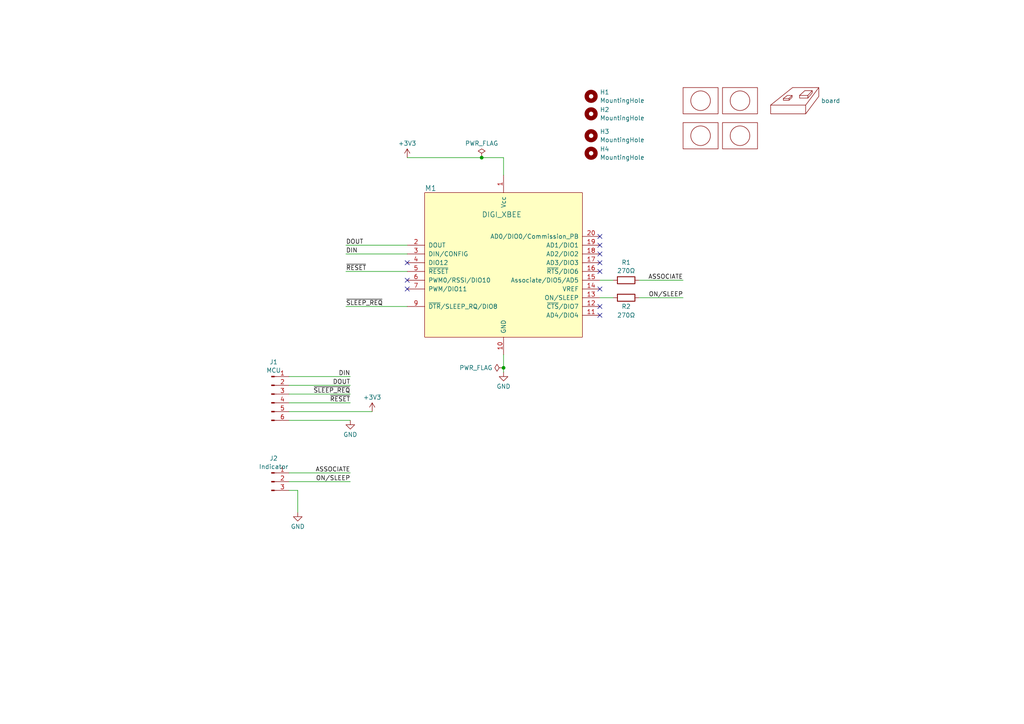
<source format=kicad_sch>
(kicad_sch
	(version 20231120)
	(generator "eeschema")
	(generator_version "8.0")
	(uuid "3c8aa795-42f1-4d19-a1e9-ad92c16c05d6")
	(paper "A4")
	(title_block
		(title "LPS-X-1 Leawood Power Sensor XBee Adapter 1.")
		(date "2024-05-15")
		(rev "1.2")
	)
	(lib_symbols
		(symbol "Connector:Conn_01x03_Pin"
			(pin_names
				(offset 1.016) hide)
			(exclude_from_sim no)
			(in_bom yes)
			(on_board yes)
			(property "Reference" "J"
				(at 0 5.08 0)
				(effects
					(font
						(size 1.27 1.27)
					)
				)
			)
			(property "Value" "Conn_01x03_Pin"
				(at 0 -5.08 0)
				(effects
					(font
						(size 1.27 1.27)
					)
				)
			)
			(property "Footprint" ""
				(at 0 0 0)
				(effects
					(font
						(size 1.27 1.27)
					)
					(hide yes)
				)
			)
			(property "Datasheet" "~"
				(at 0 0 0)
				(effects
					(font
						(size 1.27 1.27)
					)
					(hide yes)
				)
			)
			(property "Description" "Generic connector, single row, 01x03, script generated"
				(at 0 0 0)
				(effects
					(font
						(size 1.27 1.27)
					)
					(hide yes)
				)
			)
			(property "ki_locked" ""
				(at 0 0 0)
				(effects
					(font
						(size 1.27 1.27)
					)
				)
			)
			(property "ki_keywords" "connector"
				(at 0 0 0)
				(effects
					(font
						(size 1.27 1.27)
					)
					(hide yes)
				)
			)
			(property "ki_fp_filters" "Connector*:*_1x??_*"
				(at 0 0 0)
				(effects
					(font
						(size 1.27 1.27)
					)
					(hide yes)
				)
			)
			(symbol "Conn_01x03_Pin_1_1"
				(polyline
					(pts
						(xy 1.27 -2.54) (xy 0.8636 -2.54)
					)
					(stroke
						(width 0.1524)
						(type default)
					)
					(fill
						(type none)
					)
				)
				(polyline
					(pts
						(xy 1.27 0) (xy 0.8636 0)
					)
					(stroke
						(width 0.1524)
						(type default)
					)
					(fill
						(type none)
					)
				)
				(polyline
					(pts
						(xy 1.27 2.54) (xy 0.8636 2.54)
					)
					(stroke
						(width 0.1524)
						(type default)
					)
					(fill
						(type none)
					)
				)
				(rectangle
					(start 0.8636 -2.413)
					(end 0 -2.667)
					(stroke
						(width 0.1524)
						(type default)
					)
					(fill
						(type outline)
					)
				)
				(rectangle
					(start 0.8636 0.127)
					(end 0 -0.127)
					(stroke
						(width 0.1524)
						(type default)
					)
					(fill
						(type outline)
					)
				)
				(rectangle
					(start 0.8636 2.667)
					(end 0 2.413)
					(stroke
						(width 0.1524)
						(type default)
					)
					(fill
						(type outline)
					)
				)
				(pin passive line
					(at 5.08 2.54 180)
					(length 3.81)
					(name "Pin_1"
						(effects
							(font
								(size 1.27 1.27)
							)
						)
					)
					(number "1"
						(effects
							(font
								(size 1.27 1.27)
							)
						)
					)
				)
				(pin passive line
					(at 5.08 0 180)
					(length 3.81)
					(name "Pin_2"
						(effects
							(font
								(size 1.27 1.27)
							)
						)
					)
					(number "2"
						(effects
							(font
								(size 1.27 1.27)
							)
						)
					)
				)
				(pin passive line
					(at 5.08 -2.54 180)
					(length 3.81)
					(name "Pin_3"
						(effects
							(font
								(size 1.27 1.27)
							)
						)
					)
					(number "3"
						(effects
							(font
								(size 1.27 1.27)
							)
						)
					)
				)
			)
		)
		(symbol "Connector:Conn_01x06_Pin"
			(pin_names
				(offset 1.016) hide)
			(exclude_from_sim no)
			(in_bom yes)
			(on_board yes)
			(property "Reference" "J"
				(at 0 7.62 0)
				(effects
					(font
						(size 1.27 1.27)
					)
				)
			)
			(property "Value" "Conn_01x06_Pin"
				(at 0 -10.16 0)
				(effects
					(font
						(size 1.27 1.27)
					)
				)
			)
			(property "Footprint" ""
				(at 0 0 0)
				(effects
					(font
						(size 1.27 1.27)
					)
					(hide yes)
				)
			)
			(property "Datasheet" "~"
				(at 0 0 0)
				(effects
					(font
						(size 1.27 1.27)
					)
					(hide yes)
				)
			)
			(property "Description" "Generic connector, single row, 01x06, script generated"
				(at 0 0 0)
				(effects
					(font
						(size 1.27 1.27)
					)
					(hide yes)
				)
			)
			(property "ki_locked" ""
				(at 0 0 0)
				(effects
					(font
						(size 1.27 1.27)
					)
				)
			)
			(property "ki_keywords" "connector"
				(at 0 0 0)
				(effects
					(font
						(size 1.27 1.27)
					)
					(hide yes)
				)
			)
			(property "ki_fp_filters" "Connector*:*_1x??_*"
				(at 0 0 0)
				(effects
					(font
						(size 1.27 1.27)
					)
					(hide yes)
				)
			)
			(symbol "Conn_01x06_Pin_1_1"
				(polyline
					(pts
						(xy 1.27 -7.62) (xy 0.8636 -7.62)
					)
					(stroke
						(width 0.1524)
						(type default)
					)
					(fill
						(type none)
					)
				)
				(polyline
					(pts
						(xy 1.27 -5.08) (xy 0.8636 -5.08)
					)
					(stroke
						(width 0.1524)
						(type default)
					)
					(fill
						(type none)
					)
				)
				(polyline
					(pts
						(xy 1.27 -2.54) (xy 0.8636 -2.54)
					)
					(stroke
						(width 0.1524)
						(type default)
					)
					(fill
						(type none)
					)
				)
				(polyline
					(pts
						(xy 1.27 0) (xy 0.8636 0)
					)
					(stroke
						(width 0.1524)
						(type default)
					)
					(fill
						(type none)
					)
				)
				(polyline
					(pts
						(xy 1.27 2.54) (xy 0.8636 2.54)
					)
					(stroke
						(width 0.1524)
						(type default)
					)
					(fill
						(type none)
					)
				)
				(polyline
					(pts
						(xy 1.27 5.08) (xy 0.8636 5.08)
					)
					(stroke
						(width 0.1524)
						(type default)
					)
					(fill
						(type none)
					)
				)
				(rectangle
					(start 0.8636 -7.493)
					(end 0 -7.747)
					(stroke
						(width 0.1524)
						(type default)
					)
					(fill
						(type outline)
					)
				)
				(rectangle
					(start 0.8636 -4.953)
					(end 0 -5.207)
					(stroke
						(width 0.1524)
						(type default)
					)
					(fill
						(type outline)
					)
				)
				(rectangle
					(start 0.8636 -2.413)
					(end 0 -2.667)
					(stroke
						(width 0.1524)
						(type default)
					)
					(fill
						(type outline)
					)
				)
				(rectangle
					(start 0.8636 0.127)
					(end 0 -0.127)
					(stroke
						(width 0.1524)
						(type default)
					)
					(fill
						(type outline)
					)
				)
				(rectangle
					(start 0.8636 2.667)
					(end 0 2.413)
					(stroke
						(width 0.1524)
						(type default)
					)
					(fill
						(type outline)
					)
				)
				(rectangle
					(start 0.8636 5.207)
					(end 0 4.953)
					(stroke
						(width 0.1524)
						(type default)
					)
					(fill
						(type outline)
					)
				)
				(pin passive line
					(at 5.08 5.08 180)
					(length 3.81)
					(name "Pin_1"
						(effects
							(font
								(size 1.27 1.27)
							)
						)
					)
					(number "1"
						(effects
							(font
								(size 1.27 1.27)
							)
						)
					)
				)
				(pin passive line
					(at 5.08 2.54 180)
					(length 3.81)
					(name "Pin_2"
						(effects
							(font
								(size 1.27 1.27)
							)
						)
					)
					(number "2"
						(effects
							(font
								(size 1.27 1.27)
							)
						)
					)
				)
				(pin passive line
					(at 5.08 0 180)
					(length 3.81)
					(name "Pin_3"
						(effects
							(font
								(size 1.27 1.27)
							)
						)
					)
					(number "3"
						(effects
							(font
								(size 1.27 1.27)
							)
						)
					)
				)
				(pin passive line
					(at 5.08 -2.54 180)
					(length 3.81)
					(name "Pin_4"
						(effects
							(font
								(size 1.27 1.27)
							)
						)
					)
					(number "4"
						(effects
							(font
								(size 1.27 1.27)
							)
						)
					)
				)
				(pin passive line
					(at 5.08 -5.08 180)
					(length 3.81)
					(name "Pin_5"
						(effects
							(font
								(size 1.27 1.27)
							)
						)
					)
					(number "5"
						(effects
							(font
								(size 1.27 1.27)
							)
						)
					)
				)
				(pin passive line
					(at 5.08 -7.62 180)
					(length 3.81)
					(name "Pin_6"
						(effects
							(font
								(size 1.27 1.27)
							)
						)
					)
					(number "6"
						(effects
							(font
								(size 1.27 1.27)
							)
						)
					)
				)
			)
		)
		(symbol "Device:R"
			(pin_numbers hide)
			(pin_names
				(offset 0)
			)
			(exclude_from_sim no)
			(in_bom yes)
			(on_board yes)
			(property "Reference" "R"
				(at 2.032 0 90)
				(effects
					(font
						(size 1.27 1.27)
					)
				)
			)
			(property "Value" "R"
				(at 0 0 90)
				(effects
					(font
						(size 1.27 1.27)
					)
				)
			)
			(property "Footprint" ""
				(at -1.778 0 90)
				(effects
					(font
						(size 1.27 1.27)
					)
					(hide yes)
				)
			)
			(property "Datasheet" "~"
				(at 0 0 0)
				(effects
					(font
						(size 1.27 1.27)
					)
					(hide yes)
				)
			)
			(property "Description" "Resistor"
				(at 0 0 0)
				(effects
					(font
						(size 1.27 1.27)
					)
					(hide yes)
				)
			)
			(property "ki_keywords" "R res resistor"
				(at 0 0 0)
				(effects
					(font
						(size 1.27 1.27)
					)
					(hide yes)
				)
			)
			(property "ki_fp_filters" "R_*"
				(at 0 0 0)
				(effects
					(font
						(size 1.27 1.27)
					)
					(hide yes)
				)
			)
			(symbol "R_0_1"
				(rectangle
					(start -1.016 -2.54)
					(end 1.016 2.54)
					(stroke
						(width 0.254)
						(type default)
					)
					(fill
						(type none)
					)
				)
			)
			(symbol "R_1_1"
				(pin passive line
					(at 0 3.81 270)
					(length 1.27)
					(name "~"
						(effects
							(font
								(size 1.27 1.27)
							)
						)
					)
					(number "1"
						(effects
							(font
								(size 1.27 1.27)
							)
						)
					)
				)
				(pin passive line
					(at 0 -3.81 90)
					(length 1.27)
					(name "~"
						(effects
							(font
								(size 1.27 1.27)
							)
						)
					)
					(number "2"
						(effects
							(font
								(size 1.27 1.27)
							)
						)
					)
				)
			)
		)
		(symbol "Mechanical:MountingHole"
			(pin_names
				(offset 1.016)
			)
			(exclude_from_sim no)
			(in_bom yes)
			(on_board yes)
			(property "Reference" "H"
				(at 0 5.08 0)
				(effects
					(font
						(size 1.27 1.27)
					)
				)
			)
			(property "Value" "MountingHole"
				(at 0 3.175 0)
				(effects
					(font
						(size 1.27 1.27)
					)
				)
			)
			(property "Footprint" ""
				(at 0 0 0)
				(effects
					(font
						(size 1.27 1.27)
					)
					(hide yes)
				)
			)
			(property "Datasheet" "~"
				(at 0 0 0)
				(effects
					(font
						(size 1.27 1.27)
					)
					(hide yes)
				)
			)
			(property "Description" "Mounting Hole without connection"
				(at 0 0 0)
				(effects
					(font
						(size 1.27 1.27)
					)
					(hide yes)
				)
			)
			(property "ki_keywords" "mounting hole"
				(at 0 0 0)
				(effects
					(font
						(size 1.27 1.27)
					)
					(hide yes)
				)
			)
			(property "ki_fp_filters" "MountingHole*"
				(at 0 0 0)
				(effects
					(font
						(size 1.27 1.27)
					)
					(hide yes)
				)
			)
			(symbol "MountingHole_0_1"
				(circle
					(center 0 0)
					(radius 1.27)
					(stroke
						(width 1.27)
						(type default)
					)
					(fill
						(type none)
					)
				)
			)
		)
		(symbol "XBee-Adapter:DIGI_XBEE"
			(pin_names
				(offset 1.016)
			)
			(exclude_from_sim no)
			(in_bom yes)
			(on_board yes)
			(property "Reference" "M"
				(at 19.05 -22.86 0)
				(effects
					(font
						(size 1.524 1.524)
					)
				)
			)
			(property "Value" "DIGI_XBEE"
				(at -1.27 13.97 0)
				(effects
					(font
						(size 1.524 1.524)
					)
				)
			)
			(property "Footprint" ""
				(at -16.51 -5.08 0)
				(effects
					(font
						(size 1.524 1.524)
					)
				)
			)
			(property "Datasheet" ""
				(at -16.51 -5.08 0)
				(effects
					(font
						(size 1.524 1.524)
					)
				)
			)
			(property "Description" ""
				(at 0 0 0)
				(effects
					(font
						(size 1.27 1.27)
					)
					(hide yes)
				)
			)
			(symbol "DIGI_XBEE_0_1"
				(rectangle
					(start -22.86 21.59)
					(end 22.86 -20.32)
					(stroke
						(width 0)
						(type default)
					)
					(fill
						(type background)
					)
				)
			)
			(symbol "DIGI_XBEE_1_1"
				(pin input line
					(at 0 26.67 270)
					(length 5.08)
					(name "Vcc"
						(effects
							(font
								(size 1.27 1.27)
							)
						)
					)
					(number "1"
						(effects
							(font
								(size 1.27 1.27)
							)
						)
					)
				)
				(pin input line
					(at 0 -25.4 90)
					(length 5.08)
					(name "GND"
						(effects
							(font
								(size 1.27 1.27)
							)
						)
					)
					(number "10"
						(effects
							(font
								(size 1.27 1.27)
							)
						)
					)
				)
				(pin input line
					(at 27.94 -13.97 180)
					(length 5.08)
					(name "AD4/DIO4"
						(effects
							(font
								(size 1.27 1.27)
							)
						)
					)
					(number "11"
						(effects
							(font
								(size 1.27 1.27)
							)
						)
					)
				)
				(pin input line
					(at 27.94 -11.43 180)
					(length 5.08)
					(name "~{CTS}/DIO7"
						(effects
							(font
								(size 1.27 1.27)
							)
						)
					)
					(number "12"
						(effects
							(font
								(size 1.27 1.27)
							)
						)
					)
				)
				(pin input line
					(at 27.94 -8.89 180)
					(length 5.08)
					(name "ON/SLEEP"
						(effects
							(font
								(size 1.27 1.27)
							)
						)
					)
					(number "13"
						(effects
							(font
								(size 1.27 1.27)
							)
						)
					)
				)
				(pin input line
					(at 27.94 -6.35 180)
					(length 5.08)
					(name "VREF"
						(effects
							(font
								(size 1.27 1.27)
							)
						)
					)
					(number "14"
						(effects
							(font
								(size 1.27 1.27)
							)
						)
					)
				)
				(pin input line
					(at 27.94 -3.81 180)
					(length 5.08)
					(name "Associate/DIO5/AD5"
						(effects
							(font
								(size 1.27 1.27)
							)
						)
					)
					(number "15"
						(effects
							(font
								(size 1.27 1.27)
							)
						)
					)
				)
				(pin input line
					(at 27.94 -1.27 180)
					(length 5.08)
					(name "~{RTS}/DIO6"
						(effects
							(font
								(size 1.27 1.27)
							)
						)
					)
					(number "16"
						(effects
							(font
								(size 1.27 1.27)
							)
						)
					)
				)
				(pin input line
					(at 27.94 1.27 180)
					(length 5.08)
					(name "AD3/DIO3"
						(effects
							(font
								(size 1.27 1.27)
							)
						)
					)
					(number "17"
						(effects
							(font
								(size 1.27 1.27)
							)
						)
					)
				)
				(pin input line
					(at 27.94 3.81 180)
					(length 5.08)
					(name "AD2/DIO2"
						(effects
							(font
								(size 1.27 1.27)
							)
						)
					)
					(number "18"
						(effects
							(font
								(size 1.27 1.27)
							)
						)
					)
				)
				(pin input line
					(at 27.94 6.35 180)
					(length 5.08)
					(name "AD1/DIO1"
						(effects
							(font
								(size 1.27 1.27)
							)
						)
					)
					(number "19"
						(effects
							(font
								(size 1.27 1.27)
							)
						)
					)
				)
				(pin input line
					(at -27.94 6.35 0)
					(length 5.08)
					(name "DOUT"
						(effects
							(font
								(size 1.27 1.27)
							)
						)
					)
					(number "2"
						(effects
							(font
								(size 1.27 1.27)
							)
						)
					)
				)
				(pin input line
					(at 27.94 8.89 180)
					(length 5.08)
					(name "AD0/DIO0/Commission_PB"
						(effects
							(font
								(size 1.27 1.27)
							)
						)
					)
					(number "20"
						(effects
							(font
								(size 1.27 1.27)
							)
						)
					)
				)
				(pin input line
					(at -27.94 3.81 0)
					(length 5.08)
					(name "DIN/CONFIG"
						(effects
							(font
								(size 1.27 1.27)
							)
						)
					)
					(number "3"
						(effects
							(font
								(size 1.27 1.27)
							)
						)
					)
				)
				(pin input line
					(at -27.94 1.27 0)
					(length 5.08)
					(name "DIO12"
						(effects
							(font
								(size 1.27 1.27)
							)
						)
					)
					(number "4"
						(effects
							(font
								(size 1.27 1.27)
							)
						)
					)
				)
				(pin input line
					(at -27.94 -1.27 0)
					(length 5.08)
					(name "~{RESET}"
						(effects
							(font
								(size 1.27 1.27)
							)
						)
					)
					(number "5"
						(effects
							(font
								(size 1.27 1.27)
							)
						)
					)
				)
				(pin input line
					(at -27.94 -3.81 0)
					(length 5.08)
					(name "PWM0/RSSI/DIO10"
						(effects
							(font
								(size 1.27 1.27)
							)
						)
					)
					(number "6"
						(effects
							(font
								(size 1.27 1.27)
							)
						)
					)
				)
				(pin input line
					(at -27.94 -6.35 0)
					(length 5.08)
					(name "PWM/DIO11"
						(effects
							(font
								(size 1.27 1.27)
							)
						)
					)
					(number "7"
						(effects
							(font
								(size 1.27 1.27)
							)
						)
					)
				)
				(pin no_connect line
					(at -27.94 -8.89 0)
					(length 5.08) hide
					(name "Reserved"
						(effects
							(font
								(size 1.27 1.27)
							)
						)
					)
					(number "8"
						(effects
							(font
								(size 1.27 1.27)
							)
						)
					)
				)
				(pin input line
					(at -27.94 -11.43 0)
					(length 5.08)
					(name "~{DTR}/SLEEP_RQ/DIO8"
						(effects
							(font
								(size 1.27 1.27)
							)
						)
					)
					(number "9"
						(effects
							(font
								(size 1.27 1.27)
							)
						)
					)
				)
			)
		)
		(symbol "power:+3V3"
			(power)
			(pin_names
				(offset 0)
			)
			(exclude_from_sim no)
			(in_bom yes)
			(on_board yes)
			(property "Reference" "#PWR"
				(at 0 -3.81 0)
				(effects
					(font
						(size 1.27 1.27)
					)
					(hide yes)
				)
			)
			(property "Value" "+3V3"
				(at 0 3.556 0)
				(effects
					(font
						(size 1.27 1.27)
					)
				)
			)
			(property "Footprint" ""
				(at 0 0 0)
				(effects
					(font
						(size 1.27 1.27)
					)
					(hide yes)
				)
			)
			(property "Datasheet" ""
				(at 0 0 0)
				(effects
					(font
						(size 1.27 1.27)
					)
					(hide yes)
				)
			)
			(property "Description" "Power symbol creates a global label with name \"+3V3\""
				(at 0 0 0)
				(effects
					(font
						(size 1.27 1.27)
					)
					(hide yes)
				)
			)
			(property "ki_keywords" "global power"
				(at 0 0 0)
				(effects
					(font
						(size 1.27 1.27)
					)
					(hide yes)
				)
			)
			(symbol "+3V3_0_1"
				(polyline
					(pts
						(xy -0.762 1.27) (xy 0 2.54)
					)
					(stroke
						(width 0)
						(type default)
					)
					(fill
						(type none)
					)
				)
				(polyline
					(pts
						(xy 0 0) (xy 0 2.54)
					)
					(stroke
						(width 0)
						(type default)
					)
					(fill
						(type none)
					)
				)
				(polyline
					(pts
						(xy 0 2.54) (xy 0.762 1.27)
					)
					(stroke
						(width 0)
						(type default)
					)
					(fill
						(type none)
					)
				)
			)
			(symbol "+3V3_1_1"
				(pin power_in line
					(at 0 0 90)
					(length 0) hide
					(name "+3V3"
						(effects
							(font
								(size 1.27 1.27)
							)
						)
					)
					(number "1"
						(effects
							(font
								(size 1.27 1.27)
							)
						)
					)
				)
			)
		)
		(symbol "power:GND"
			(power)
			(pin_names
				(offset 0)
			)
			(exclude_from_sim no)
			(in_bom yes)
			(on_board yes)
			(property "Reference" "#PWR"
				(at 0 -6.35 0)
				(effects
					(font
						(size 1.27 1.27)
					)
					(hide yes)
				)
			)
			(property "Value" "GND"
				(at 0 -3.81 0)
				(effects
					(font
						(size 1.27 1.27)
					)
				)
			)
			(property "Footprint" ""
				(at 0 0 0)
				(effects
					(font
						(size 1.27 1.27)
					)
					(hide yes)
				)
			)
			(property "Datasheet" ""
				(at 0 0 0)
				(effects
					(font
						(size 1.27 1.27)
					)
					(hide yes)
				)
			)
			(property "Description" "Power symbol creates a global label with name \"GND\" , ground"
				(at 0 0 0)
				(effects
					(font
						(size 1.27 1.27)
					)
					(hide yes)
				)
			)
			(property "ki_keywords" "global power"
				(at 0 0 0)
				(effects
					(font
						(size 1.27 1.27)
					)
					(hide yes)
				)
			)
			(symbol "GND_0_1"
				(polyline
					(pts
						(xy 0 0) (xy 0 -1.27) (xy 1.27 -1.27) (xy 0 -2.54) (xy -1.27 -1.27) (xy 0 -1.27)
					)
					(stroke
						(width 0)
						(type default)
					)
					(fill
						(type none)
					)
				)
			)
			(symbol "GND_1_1"
				(pin power_in line
					(at 0 0 270)
					(length 0) hide
					(name "GND"
						(effects
							(font
								(size 1.27 1.27)
							)
						)
					)
					(number "1"
						(effects
							(font
								(size 1.27 1.27)
							)
						)
					)
				)
			)
		)
		(symbol "power:PWR_FLAG"
			(power)
			(pin_numbers hide)
			(pin_names
				(offset 0) hide)
			(exclude_from_sim no)
			(in_bom yes)
			(on_board yes)
			(property "Reference" "#FLG"
				(at 0 1.905 0)
				(effects
					(font
						(size 1.27 1.27)
					)
					(hide yes)
				)
			)
			(property "Value" "PWR_FLAG"
				(at 0 3.81 0)
				(effects
					(font
						(size 1.27 1.27)
					)
				)
			)
			(property "Footprint" ""
				(at 0 0 0)
				(effects
					(font
						(size 1.27 1.27)
					)
					(hide yes)
				)
			)
			(property "Datasheet" "~"
				(at 0 0 0)
				(effects
					(font
						(size 1.27 1.27)
					)
					(hide yes)
				)
			)
			(property "Description" "Special symbol for telling ERC where power comes from"
				(at 0 0 0)
				(effects
					(font
						(size 1.27 1.27)
					)
					(hide yes)
				)
			)
			(property "ki_keywords" "flag power"
				(at 0 0 0)
				(effects
					(font
						(size 1.27 1.27)
					)
					(hide yes)
				)
			)
			(symbol "PWR_FLAG_0_0"
				(pin power_out line
					(at 0 0 90)
					(length 0)
					(name "pwr"
						(effects
							(font
								(size 1.27 1.27)
							)
						)
					)
					(number "1"
						(effects
							(font
								(size 1.27 1.27)
							)
						)
					)
				)
			)
			(symbol "PWR_FLAG_0_1"
				(polyline
					(pts
						(xy 0 0) (xy 0 1.27) (xy -1.016 1.905) (xy 0 2.54) (xy 1.016 1.905) (xy 0 1.27)
					)
					(stroke
						(width 0)
						(type default)
					)
					(fill
						(type none)
					)
				)
			)
		)
		(symbol "sjm-mechanical:board"
			(pin_names
				(offset 1.016)
			)
			(exclude_from_sim no)
			(in_bom yes)
			(on_board yes)
			(property "Reference" "Brd"
				(at 0 -2.54 0)
				(effects
					(font
						(size 1.27 1.27)
					)
					(hide yes)
				)
			)
			(property "Value" "board"
				(at 0 -3.81 0)
				(effects
					(font
						(size 1.27 1.27)
					)
				)
			)
			(property "Footprint" ""
				(at 0 0 0)
				(effects
					(font
						(size 1.27 1.27)
					)
					(hide yes)
				)
			)
			(property "Datasheet" ""
				(at 0 0 0)
				(effects
					(font
						(size 1.27 1.27)
					)
					(hide yes)
				)
			)
			(property "Description" ""
				(at 0 0 0)
				(effects
					(font
						(size 1.27 1.27)
					)
					(hide yes)
				)
			)
			(symbol "board_0_1"
				(rectangle
					(start -5.08 1.27)
					(end 5.08 -1.27)
					(stroke
						(width 0)
						(type default)
					)
					(fill
						(type none)
					)
				)
				(rectangle
					(start -1.397 3.175)
					(end 0.254 2.667)
					(stroke
						(width 0)
						(type default)
					)
					(fill
						(type none)
					)
				)
				(polyline
					(pts
						(xy 0.254 3.175) (xy 1.143 4.064)
					)
					(stroke
						(width 0)
						(type default)
					)
					(fill
						(type none)
					)
				)
				(polyline
					(pts
						(xy 5.08 1.27) (xy 8.89 6.35)
					)
					(stroke
						(width 0)
						(type default)
					)
					(fill
						(type none)
					)
				)
				(polyline
					(pts
						(xy 5.715 4.064) (xy 6.985 5.461)
					)
					(stroke
						(width 0)
						(type default)
					)
					(fill
						(type none)
					)
				)
				(polyline
					(pts
						(xy -5.08 1.27) (xy 1.27 6.35) (xy 8.89 6.35) (xy 8.89 3.81) (xy 5.08 -1.27)
					)
					(stroke
						(width 0)
						(type default)
					)
					(fill
						(type none)
					)
				)
				(polyline
					(pts
						(xy -1.397 3.175) (xy -0.254 4.064) (xy 1.143 4.064) (xy 1.143 3.556) (xy 0.254 2.667)
					)
					(stroke
						(width 0)
						(type default)
					)
					(fill
						(type none)
					)
				)
				(polyline
					(pts
						(xy 3.302 4.064) (xy 4.826 5.461) (xy 6.985 5.461) (xy 6.985 4.826) (xy 5.715 3.302)
					)
					(stroke
						(width 0)
						(type default)
					)
					(fill
						(type none)
					)
				)
				(rectangle
					(start 3.302 4.064)
					(end 5.715 3.302)
					(stroke
						(width 0)
						(type default)
					)
					(fill
						(type none)
					)
				)
			)
		)
		(symbol "sjm-mechanical:logo"
			(pin_names
				(offset 1.016)
			)
			(exclude_from_sim no)
			(in_bom yes)
			(on_board yes)
			(property "Reference" "Lg"
				(at 0 0 0)
				(effects
					(font
						(size 1.27 1.27)
					)
					(hide yes)
				)
			)
			(property "Value" "logo"
				(at 0 -1.27 0)
				(effects
					(font
						(size 1.27 1.27)
					)
					(hide yes)
				)
			)
			(property "Footprint" ""
				(at 0 0 0)
				(effects
					(font
						(size 1.27 1.27)
					)
					(hide yes)
				)
			)
			(property "Datasheet" ""
				(at 0 0 0)
				(effects
					(font
						(size 1.27 1.27)
					)
					(hide yes)
				)
			)
			(property "Description" ""
				(at 0 0 0)
				(effects
					(font
						(size 1.27 1.27)
					)
					(hide yes)
				)
			)
			(symbol "logo_0_1"
				(rectangle
					(start -5.08 3.81)
					(end 5.08 -3.81)
					(stroke
						(width 0)
						(type default)
					)
					(fill
						(type none)
					)
				)
				(circle
					(center 0 0)
					(radius 2.8448)
					(stroke
						(width 0)
						(type default)
					)
					(fill
						(type none)
					)
				)
			)
		)
	)
	(junction
		(at 139.7 45.72)
		(diameter 0)
		(color 0 0 0 0)
		(uuid "239bf43f-50ec-44bd-ad0f-cc77f3cdecee")
	)
	(junction
		(at 146.05 106.68)
		(diameter 0)
		(color 0 0 0 0)
		(uuid "b0250f30-3e6c-4d7a-8cf1-6a7bade87dde")
	)
	(no_connect
		(at 118.11 83.82)
		(uuid "2a83deb2-9d2c-4a17-9f54-558dac0f14e5")
	)
	(no_connect
		(at 173.99 68.58)
		(uuid "4bde7062-9c41-423c-98c1-b5ae85314d2b")
	)
	(no_connect
		(at 173.99 73.66)
		(uuid "5691ebcb-c91e-4ab1-818c-c455b2a6bd09")
	)
	(no_connect
		(at 173.99 78.74)
		(uuid "8249e2e3-c073-43d1-84e9-6dd8619a0872")
	)
	(no_connect
		(at 173.99 88.9)
		(uuid "8a9367a2-a0d9-4c76-82ad-9e00d90c48ea")
	)
	(no_connect
		(at 118.11 76.2)
		(uuid "8ff7a66f-efd6-4812-ade0-1611cbc05613")
	)
	(no_connect
		(at 173.99 83.82)
		(uuid "98b81d41-1fb6-432f-9293-b14b4b11027c")
	)
	(no_connect
		(at 173.99 71.12)
		(uuid "d0f86a00-2cb7-406c-8961-dcd54eb9db76")
	)
	(no_connect
		(at 173.99 76.2)
		(uuid "ec5468c7-5b42-4d11-916a-e084b7cef990")
	)
	(no_connect
		(at 173.99 91.44)
		(uuid "eca2a3cb-4000-47a9-862f-4af9dacb37d2")
	)
	(no_connect
		(at 118.11 81.28)
		(uuid "f22bb975-db31-4408-835c-e7f25d825444")
	)
	(wire
		(pts
			(xy 83.82 139.7) (xy 101.6 139.7)
		)
		(stroke
			(width 0)
			(type default)
		)
		(uuid "09cd0c1a-e723-4659-b972-de74bc85b677")
	)
	(wire
		(pts
			(xy 118.11 45.72) (xy 139.7 45.72)
		)
		(stroke
			(width 0)
			(type default)
		)
		(uuid "1f6ba527-0f6c-472a-9782-0118f70dc596")
	)
	(wire
		(pts
			(xy 83.82 137.16) (xy 101.6 137.16)
		)
		(stroke
			(width 0)
			(type default)
		)
		(uuid "2370a7a1-1c08-4511-8e33-42825e793458")
	)
	(wire
		(pts
			(xy 100.33 78.74) (xy 118.11 78.74)
		)
		(stroke
			(width 0)
			(type default)
		)
		(uuid "23cc5c16-4fb0-4e3b-8547-664013d4483f")
	)
	(wire
		(pts
			(xy 100.33 71.12) (xy 118.11 71.12)
		)
		(stroke
			(width 0)
			(type default)
		)
		(uuid "24b54325-baf4-4138-9fcc-756896ed49c5")
	)
	(wire
		(pts
			(xy 146.05 102.87) (xy 146.05 106.68)
		)
		(stroke
			(width 0)
			(type default)
		)
		(uuid "33564910-0d3a-4e89-a8b5-c28741391bb6")
	)
	(wire
		(pts
			(xy 83.82 116.84) (xy 101.6 116.84)
		)
		(stroke
			(width 0)
			(type default)
		)
		(uuid "46cbc989-7902-4d61-9aba-7744a7f77c08")
	)
	(wire
		(pts
			(xy 173.99 81.28) (xy 177.8 81.28)
		)
		(stroke
			(width 0)
			(type default)
		)
		(uuid "5a3db972-7489-4361-8c4c-96c965d4097f")
	)
	(wire
		(pts
			(xy 83.82 114.3) (xy 101.6 114.3)
		)
		(stroke
			(width 0)
			(type default)
		)
		(uuid "600bc737-e4c6-48cd-a45e-3ea6879d42eb")
	)
	(wire
		(pts
			(xy 83.82 121.92) (xy 101.6 121.92)
		)
		(stroke
			(width 0)
			(type default)
		)
		(uuid "6051621f-594a-4221-85b8-a152d5e97878")
	)
	(wire
		(pts
			(xy 173.99 86.36) (xy 177.8 86.36)
		)
		(stroke
			(width 0)
			(type default)
		)
		(uuid "6e1d3fe0-4e6a-45d8-891e-dc2f751abfa5")
	)
	(wire
		(pts
			(xy 185.42 81.28) (xy 198.12 81.28)
		)
		(stroke
			(width 0)
			(type default)
		)
		(uuid "7aabeb48-2892-4f31-9c62-35c85eee28c9")
	)
	(wire
		(pts
			(xy 139.7 45.72) (xy 146.05 45.72)
		)
		(stroke
			(width 0)
			(type default)
		)
		(uuid "8d305e70-2792-4b17-bd10-8831021ec9ba")
	)
	(wire
		(pts
			(xy 100.33 73.66) (xy 118.11 73.66)
		)
		(stroke
			(width 0)
			(type default)
		)
		(uuid "8eabeee8-0856-429f-89c0-2ad623193986")
	)
	(wire
		(pts
			(xy 185.42 86.36) (xy 198.12 86.36)
		)
		(stroke
			(width 0)
			(type default)
		)
		(uuid "9f2cc400-92ec-4b6c-8971-1e2eaf94b339")
	)
	(wire
		(pts
			(xy 83.82 142.24) (xy 86.36 142.24)
		)
		(stroke
			(width 0)
			(type default)
		)
		(uuid "ae355333-4be3-4f91-af31-7e55cd577231")
	)
	(wire
		(pts
			(xy 83.82 109.22) (xy 101.6 109.22)
		)
		(stroke
			(width 0)
			(type default)
		)
		(uuid "bec35dad-ba5e-401d-a075-f82ca741bdb8")
	)
	(wire
		(pts
			(xy 83.82 111.76) (xy 101.6 111.76)
		)
		(stroke
			(width 0)
			(type default)
		)
		(uuid "c07bb8e9-60c2-4073-a06a-d2688662b195")
	)
	(wire
		(pts
			(xy 100.33 88.9) (xy 118.11 88.9)
		)
		(stroke
			(width 0)
			(type default)
		)
		(uuid "d6a122b9-7749-41a9-a2fa-add76d3fe2be")
	)
	(wire
		(pts
			(xy 86.36 142.24) (xy 86.36 148.59)
		)
		(stroke
			(width 0)
			(type default)
		)
		(uuid "da0cdd11-2f91-4c59-af0f-833bbd17b026")
	)
	(wire
		(pts
			(xy 146.05 50.8) (xy 146.05 45.72)
		)
		(stroke
			(width 0)
			(type default)
		)
		(uuid "ede84cf4-d918-44d2-9e43-9c1ef0aaed84")
	)
	(wire
		(pts
			(xy 83.82 119.38) (xy 107.95 119.38)
		)
		(stroke
			(width 0)
			(type default)
		)
		(uuid "f494475e-f301-4b81-a8ab-f9cee685dbf9")
	)
	(wire
		(pts
			(xy 146.05 106.68) (xy 146.05 107.95)
		)
		(stroke
			(width 0)
			(type default)
		)
		(uuid "ff69141b-eb6f-4346-a7df-a391d067096b")
	)
	(label "DOUT"
		(at 100.33 71.12 0)
		(fields_autoplaced yes)
		(effects
			(font
				(size 1.27 1.27)
			)
			(justify left bottom)
		)
		(uuid "1c695d01-a499-4f4a-9e6c-7780d2c66126")
	)
	(label "ON{slash}SLEEP"
		(at 198.12 86.36 180)
		(fields_autoplaced yes)
		(effects
			(font
				(size 1.27 1.27)
			)
			(justify right bottom)
		)
		(uuid "3782a1a7-b1c5-4710-820d-6c0cff6f94b9")
	)
	(label "~{SLEEP_REQ}"
		(at 100.33 88.9 0)
		(fields_autoplaced yes)
		(effects
			(font
				(size 1.27 1.27)
			)
			(justify left bottom)
		)
		(uuid "57c11fa6-6379-4b22-bd2b-ade27ba2113a")
	)
	(label "DOUT"
		(at 101.6 111.76 180)
		(fields_autoplaced yes)
		(effects
			(font
				(size 1.27 1.27)
			)
			(justify right bottom)
		)
		(uuid "68be4e34-f4a6-4317-923d-1e6a34da8fd7")
	)
	(label "~{RESET}"
		(at 101.6 116.84 180)
		(fields_autoplaced yes)
		(effects
			(font
				(size 1.27 1.27)
			)
			(justify right bottom)
		)
		(uuid "6c09846c-e83d-47f5-959e-4cf65fd6f6a6")
	)
	(label "~{SLEEP_REQ}"
		(at 101.6 114.3 180)
		(fields_autoplaced yes)
		(effects
			(font
				(size 1.27 1.27)
			)
			(justify right bottom)
		)
		(uuid "74046a79-f557-4ad0-81fc-2b2c6439de63")
	)
	(label "ON{slash}SLEEP"
		(at 101.6 139.7 180)
		(fields_autoplaced yes)
		(effects
			(font
				(size 1.27 1.27)
			)
			(justify right bottom)
		)
		(uuid "7c813bad-f892-40cd-937b-8c5230c3f893")
	)
	(label "~{RESET}"
		(at 100.33 78.74 0)
		(fields_autoplaced yes)
		(effects
			(font
				(size 1.27 1.27)
			)
			(justify left bottom)
		)
		(uuid "92f01203-c5c4-442a-b84b-c00bc767a6e4")
	)
	(label "ASSOCIATE"
		(at 101.6 137.16 180)
		(fields_autoplaced yes)
		(effects
			(font
				(size 1.27 1.27)
			)
			(justify right bottom)
		)
		(uuid "9e50d506-10d3-4c0a-9ca0-f3c8fec34c5d")
	)
	(label "DIN"
		(at 101.6 109.22 180)
		(fields_autoplaced yes)
		(effects
			(font
				(size 1.27 1.27)
			)
			(justify right bottom)
		)
		(uuid "be234af7-8c68-43ae-bc84-da79742e2cde")
	)
	(label "ASSOCIATE"
		(at 198.12 81.28 180)
		(fields_autoplaced yes)
		(effects
			(font
				(size 1.27 1.27)
			)
			(justify right bottom)
		)
		(uuid "f5fc343c-3292-4708-911a-aca04dea0604")
	)
	(label "DIN"
		(at 100.33 73.66 0)
		(fields_autoplaced yes)
		(effects
			(font
				(size 1.27 1.27)
			)
			(justify left bottom)
		)
		(uuid "fd282c8d-af9f-45de-915a-0c90fc890faa")
	)
	(symbol
		(lib_id "Connector:Conn_01x03_Pin")
		(at 78.74 139.7 0)
		(unit 1)
		(exclude_from_sim no)
		(in_bom yes)
		(on_board yes)
		(dnp no)
		(uuid "09d12b5b-4d27-416d-88c6-6224ac5a5e04")
		(property "Reference" "J2"
			(at 79.375 132.9393 0)
			(effects
				(font
					(size 1.27 1.27)
				)
			)
		)
		(property "Value" "Indicator"
			(at 79.375 135.3636 0)
			(effects
				(font
					(size 1.27 1.27)
				)
			)
		)
		(property "Footprint" "Connector_PinHeader_2.54mm:PinHeader_1x03_P2.54mm_Vertical"
			(at 78.74 139.7 0)
			(effects
				(font
					(size 1.27 1.27)
				)
				(hide yes)
			)
		)
		(property "Datasheet" "~"
			(at 78.74 139.7 0)
			(effects
				(font
					(size 1.27 1.27)
				)
				(hide yes)
			)
		)
		(property "Description" "Generic connector, single row, 01x03, script generated"
			(at 78.74 139.7 0)
			(effects
				(font
					(size 1.27 1.27)
				)
				(hide yes)
			)
		)
		(pin "3"
			(uuid "b988659f-d46f-4050-8d76-80ce1872c8dc")
		)
		(pin "2"
			(uuid "33d6bf22-0cc0-4585-93ff-bea27614106a")
		)
		(pin "1"
			(uuid "e7cd760c-d623-4e07-bae8-d05ba339953a")
		)
		(instances
			(project "xbee-adapter"
				(path "/3c8aa795-42f1-4d19-a1e9-ad92c16c05d6"
					(reference "J2")
					(unit 1)
				)
			)
		)
	)
	(symbol
		(lib_id "power:+3V3")
		(at 118.11 45.72 0)
		(unit 1)
		(exclude_from_sim no)
		(in_bom yes)
		(on_board yes)
		(dnp no)
		(fields_autoplaced yes)
		(uuid "489e67ae-f83e-494c-9981-5a142e6a1611")
		(property "Reference" "#PWR03"
			(at 118.11 49.53 0)
			(effects
				(font
					(size 1.27 1.27)
				)
				(hide yes)
			)
		)
		(property "Value" "+3V3"
			(at 118.11 41.5869 0)
			(effects
				(font
					(size 1.27 1.27)
				)
			)
		)
		(property "Footprint" ""
			(at 118.11 45.72 0)
			(effects
				(font
					(size 1.27 1.27)
				)
				(hide yes)
			)
		)
		(property "Datasheet" ""
			(at 118.11 45.72 0)
			(effects
				(font
					(size 1.27 1.27)
				)
				(hide yes)
			)
		)
		(property "Description" ""
			(at 118.11 45.72 0)
			(effects
				(font
					(size 1.27 1.27)
				)
				(hide yes)
			)
		)
		(pin "1"
			(uuid "e72f9318-e5e6-4f35-8ee7-2ba4def3c8cd")
		)
		(instances
			(project "xbee-adapter"
				(path "/3c8aa795-42f1-4d19-a1e9-ad92c16c05d6"
					(reference "#PWR03")
					(unit 1)
				)
			)
		)
	)
	(symbol
		(lib_id "Mechanical:MountingHole")
		(at 171.45 27.94 0)
		(unit 1)
		(exclude_from_sim no)
		(in_bom yes)
		(on_board yes)
		(dnp no)
		(fields_autoplaced yes)
		(uuid "591f5954-c498-4a41-b278-4c291e79807f")
		(property "Reference" "H1"
			(at 173.99 26.7279 0)
			(effects
				(font
					(size 1.27 1.27)
				)
				(justify left)
			)
		)
		(property "Value" "MountingHole"
			(at 173.99 29.1521 0)
			(effects
				(font
					(size 1.27 1.27)
				)
				(justify left)
			)
		)
		(property "Footprint" "MountingHole:MountingHole_2.7mm_M2.5_DIN965"
			(at 171.45 27.94 0)
			(effects
				(font
					(size 1.27 1.27)
				)
				(hide yes)
			)
		)
		(property "Datasheet" "~"
			(at 171.45 27.94 0)
			(effects
				(font
					(size 1.27 1.27)
				)
				(hide yes)
			)
		)
		(property "Description" ""
			(at 171.45 27.94 0)
			(effects
				(font
					(size 1.27 1.27)
				)
				(hide yes)
			)
		)
		(instances
			(project "xbee-adapter"
				(path "/3c8aa795-42f1-4d19-a1e9-ad92c16c05d6"
					(reference "H1")
					(unit 1)
				)
			)
		)
	)
	(symbol
		(lib_id "sjm-mechanical:logo")
		(at 214.63 39.37 0)
		(unit 1)
		(exclude_from_sim no)
		(in_bom yes)
		(on_board yes)
		(dnp no)
		(fields_autoplaced yes)
		(uuid "60115a1b-3b65-4789-b703-eb220e6b4e40")
		(property "Reference" "Lg4"
			(at 214.63 39.37 0)
			(effects
				(font
					(size 1.27 1.27)
				)
				(hide yes)
			)
		)
		(property "Value" "logo"
			(at 214.63 40.64 0)
			(effects
				(font
					(size 1.27 1.27)
				)
				(hide yes)
			)
		)
		(property "Footprint" "sjm-mechanical:MyBasic_rounded_50_1"
			(at 214.63 39.37 0)
			(effects
				(font
					(size 1.27 1.27)
				)
				(hide yes)
			)
		)
		(property "Datasheet" ""
			(at 214.63 39.37 0)
			(effects
				(font
					(size 1.27 1.27)
				)
				(hide yes)
			)
		)
		(property "Description" ""
			(at 214.63 39.37 0)
			(effects
				(font
					(size 1.27 1.27)
				)
				(hide yes)
			)
		)
		(instances
			(project "xbee-adapter"
				(path "/3c8aa795-42f1-4d19-a1e9-ad92c16c05d6"
					(reference "Lg4")
					(unit 1)
				)
			)
		)
	)
	(symbol
		(lib_id "Mechanical:MountingHole")
		(at 171.45 39.37 0)
		(unit 1)
		(exclude_from_sim no)
		(in_bom yes)
		(on_board yes)
		(dnp no)
		(fields_autoplaced yes)
		(uuid "66972051-3f32-40ff-a7a7-1008e7c47a24")
		(property "Reference" "H3"
			(at 173.99 38.1579 0)
			(effects
				(font
					(size 1.27 1.27)
				)
				(justify left)
			)
		)
		(property "Value" "MountingHole"
			(at 173.99 40.5821 0)
			(effects
				(font
					(size 1.27 1.27)
				)
				(justify left)
			)
		)
		(property "Footprint" "MountingHole:MountingHole_2.7mm_M2.5_DIN965"
			(at 171.45 39.37 0)
			(effects
				(font
					(size 1.27 1.27)
				)
				(hide yes)
			)
		)
		(property "Datasheet" "~"
			(at 171.45 39.37 0)
			(effects
				(font
					(size 1.27 1.27)
				)
				(hide yes)
			)
		)
		(property "Description" ""
			(at 171.45 39.37 0)
			(effects
				(font
					(size 1.27 1.27)
				)
				(hide yes)
			)
		)
		(instances
			(project "xbee-adapter"
				(path "/3c8aa795-42f1-4d19-a1e9-ad92c16c05d6"
					(reference "H3")
					(unit 1)
				)
			)
		)
	)
	(symbol
		(lib_id "Mechanical:MountingHole")
		(at 171.45 44.45 0)
		(unit 1)
		(exclude_from_sim no)
		(in_bom yes)
		(on_board yes)
		(dnp no)
		(fields_autoplaced yes)
		(uuid "70ba9145-7d13-47af-8f4c-2569a35241b7")
		(property "Reference" "H4"
			(at 173.99 43.2379 0)
			(effects
				(font
					(size 1.27 1.27)
				)
				(justify left)
			)
		)
		(property "Value" "MountingHole"
			(at 173.99 45.6621 0)
			(effects
				(font
					(size 1.27 1.27)
				)
				(justify left)
			)
		)
		(property "Footprint" "MountingHole:MountingHole_2.7mm_M2.5_DIN965"
			(at 171.45 44.45 0)
			(effects
				(font
					(size 1.27 1.27)
				)
				(hide yes)
			)
		)
		(property "Datasheet" "~"
			(at 171.45 44.45 0)
			(effects
				(font
					(size 1.27 1.27)
				)
				(hide yes)
			)
		)
		(property "Description" ""
			(at 171.45 44.45 0)
			(effects
				(font
					(size 1.27 1.27)
				)
				(hide yes)
			)
		)
		(instances
			(project "xbee-adapter"
				(path "/3c8aa795-42f1-4d19-a1e9-ad92c16c05d6"
					(reference "H4")
					(unit 1)
				)
			)
		)
	)
	(symbol
		(lib_id "Device:R")
		(at 181.61 81.28 90)
		(unit 1)
		(exclude_from_sim no)
		(in_bom yes)
		(on_board yes)
		(dnp no)
		(fields_autoplaced yes)
		(uuid "71b17c13-c20c-4ac6-9b0c-d87998c8ce69")
		(property "Reference" "R1"
			(at 181.61 76.1197 90)
			(effects
				(font
					(size 1.27 1.27)
				)
			)
		)
		(property "Value" "270Ω"
			(at 181.61 78.5439 90)
			(effects
				(font
					(size 1.27 1.27)
				)
			)
		)
		(property "Footprint" "Resistor_SMD:R_0805_2012Metric"
			(at 181.61 83.058 90)
			(effects
				(font
					(size 1.27 1.27)
				)
				(hide yes)
			)
		)
		(property "Datasheet" "~"
			(at 181.61 81.28 0)
			(effects
				(font
					(size 1.27 1.27)
				)
				(hide yes)
			)
		)
		(property "Description" ""
			(at 181.61 81.28 0)
			(effects
				(font
					(size 1.27 1.27)
				)
				(hide yes)
			)
		)
		(pin "1"
			(uuid "3c883f8a-fe00-42f6-b58d-c1eb4342c43a")
		)
		(pin "2"
			(uuid "3f87f115-9c41-43ce-b716-a1061e36e123")
		)
		(instances
			(project "xbee-adapter"
				(path "/3c8aa795-42f1-4d19-a1e9-ad92c16c05d6"
					(reference "R1")
					(unit 1)
				)
			)
		)
	)
	(symbol
		(lib_id "XBee-Adapter:DIGI_XBEE")
		(at 146.05 77.47 0)
		(unit 1)
		(exclude_from_sim no)
		(in_bom yes)
		(on_board yes)
		(dnp no)
		(uuid "731d2d1c-5f7f-44f3-89b7-2e99172d339b")
		(property "Reference" "M1"
			(at 123.19 54.61 0)
			(effects
				(font
					(size 1.524 1.524)
				)
				(justify left)
			)
		)
		(property "Value" "DIGI_XBEE"
			(at 139.7 62.23 0)
			(effects
				(font
					(size 1.524 1.524)
				)
				(justify left)
			)
		)
		(property "Footprint" "XBee-Adapter:XBEE_S2C"
			(at 129.54 82.55 0)
			(effects
				(font
					(size 1.524 1.524)
				)
				(hide yes)
			)
		)
		(property "Datasheet" ""
			(at 129.54 82.55 0)
			(effects
				(font
					(size 1.524 1.524)
				)
			)
		)
		(property "Description" ""
			(at 146.05 77.47 0)
			(effects
				(font
					(size 1.27 1.27)
				)
				(hide yes)
			)
		)
		(pin "1"
			(uuid "db12a0df-41fa-4785-b10a-bdc20fb30f28")
		)
		(pin "8"
			(uuid "42aea48f-1217-47f2-b150-92bf611ad517")
		)
		(pin "9"
			(uuid "a7cb1c13-9f3c-45ef-acf9-63701169dbae")
		)
		(pin "14"
			(uuid "637b9c62-991d-4495-a8c4-abd66b42efbe")
		)
		(pin "10"
			(uuid "5aee4937-0dbc-45b8-92f9-d4a5120427da")
		)
		(pin "15"
			(uuid "4e6d00d8-52a8-4243-969f-d1fef981ce06")
		)
		(pin "12"
			(uuid "af483fb2-d216-45a4-bca5-b4121e078e0d")
		)
		(pin "16"
			(uuid "9dca49b9-a74e-4988-8ec8-0afc57b5617a")
		)
		(pin "13"
			(uuid "f8e98886-c4ad-4f7b-9822-623b87ecb34f")
		)
		(pin "6"
			(uuid "f1bf75ba-8f0e-47cf-8e2c-b6c70ee383d0")
		)
		(pin "7"
			(uuid "dd980af0-dea1-4a15-bb9b-838be3f92269")
		)
		(pin "11"
			(uuid "7f19307c-8d90-4ad9-aee4-9f481908b289")
		)
		(pin "18"
			(uuid "095d214b-07ef-446d-ab13-02238e7e9cf6")
		)
		(pin "4"
			(uuid "8d8c9678-8080-4b12-9d47-ba14833243b7")
		)
		(pin "5"
			(uuid "45228a2d-6b28-4154-b865-20be54ae8801")
		)
		(pin "2"
			(uuid "a80a2306-080b-443f-b1cb-416484dbe95c")
		)
		(pin "20"
			(uuid "93d9acad-d3e1-43ca-a497-9d2b31c203ec")
		)
		(pin "3"
			(uuid "24d6e051-4e38-4773-990e-15fcc3f211fc")
		)
		(pin "19"
			(uuid "3d1ea705-233f-49db-bded-cdee270316ff")
		)
		(pin "17"
			(uuid "55077344-5ecb-4ad4-b9e9-37b3252dbc41")
		)
		(instances
			(project "xbee-adapter"
				(path "/3c8aa795-42f1-4d19-a1e9-ad92c16c05d6"
					(reference "M1")
					(unit 1)
				)
			)
		)
	)
	(symbol
		(lib_id "Connector:Conn_01x06_Pin")
		(at 78.74 114.3 0)
		(unit 1)
		(exclude_from_sim no)
		(in_bom yes)
		(on_board yes)
		(dnp no)
		(fields_autoplaced yes)
		(uuid "806b10ad-2497-4c07-b4ca-f59544f38201")
		(property "Reference" "J1"
			(at 79.375 104.9995 0)
			(effects
				(font
					(size 1.27 1.27)
				)
			)
		)
		(property "Value" "MCU"
			(at 79.375 107.4237 0)
			(effects
				(font
					(size 1.27 1.27)
				)
			)
		)
		(property "Footprint" "Connector_PinHeader_2.54mm:PinHeader_2x03_P2.54mm_Vertical"
			(at 78.74 114.3 0)
			(effects
				(font
					(size 1.27 1.27)
				)
				(hide yes)
			)
		)
		(property "Datasheet" "~"
			(at 78.74 114.3 0)
			(effects
				(font
					(size 1.27 1.27)
				)
				(hide yes)
			)
		)
		(property "Description" ""
			(at 78.74 114.3 0)
			(effects
				(font
					(size 1.27 1.27)
				)
				(hide yes)
			)
		)
		(pin "5"
			(uuid "0d985a30-364b-4fc3-8ccc-3ca709c5f3a8")
		)
		(pin "6"
			(uuid "24972782-b444-4832-93f4-0bb8104582de")
		)
		(pin "1"
			(uuid "1ed5b097-6b98-4170-b008-3f6eb869e9f4")
		)
		(pin "3"
			(uuid "f74ab3ef-bee8-48aa-9bb7-bf168c660d03")
		)
		(pin "2"
			(uuid "56e3ba47-ed71-4aec-b38f-5ea945b2d7c4")
		)
		(pin "4"
			(uuid "210785c0-cf65-411e-b0fc-e3bfbb50a500")
		)
		(instances
			(project "xbee-adapter"
				(path "/3c8aa795-42f1-4d19-a1e9-ad92c16c05d6"
					(reference "J1")
					(unit 1)
				)
			)
		)
	)
	(symbol
		(lib_id "power:GND")
		(at 86.36 148.59 0)
		(unit 1)
		(exclude_from_sim no)
		(in_bom yes)
		(on_board yes)
		(dnp no)
		(fields_autoplaced yes)
		(uuid "a552ae9a-fcba-43db-8563-fdb4a11e4cbf")
		(property "Reference" "#PWR05"
			(at 86.36 154.94 0)
			(effects
				(font
					(size 1.27 1.27)
				)
				(hide yes)
			)
		)
		(property "Value" "GND"
			(at 86.36 152.7231 0)
			(effects
				(font
					(size 1.27 1.27)
				)
			)
		)
		(property "Footprint" ""
			(at 86.36 148.59 0)
			(effects
				(font
					(size 1.27 1.27)
				)
				(hide yes)
			)
		)
		(property "Datasheet" ""
			(at 86.36 148.59 0)
			(effects
				(font
					(size 1.27 1.27)
				)
				(hide yes)
			)
		)
		(property "Description" ""
			(at 86.36 148.59 0)
			(effects
				(font
					(size 1.27 1.27)
				)
				(hide yes)
			)
		)
		(pin "1"
			(uuid "d0b1de5b-b143-44f1-8841-539106d2b707")
		)
		(instances
			(project "xbee-adapter"
				(path "/3c8aa795-42f1-4d19-a1e9-ad92c16c05d6"
					(reference "#PWR05")
					(unit 1)
				)
			)
		)
	)
	(symbol
		(lib_id "power:PWR_FLAG")
		(at 139.7 45.72 0)
		(unit 1)
		(exclude_from_sim no)
		(in_bom yes)
		(on_board yes)
		(dnp no)
		(fields_autoplaced yes)
		(uuid "aa6c7049-a68f-4a4e-9f4d-32a4c3d4a51e")
		(property "Reference" "#FLG01"
			(at 139.7 43.815 0)
			(effects
				(font
					(size 1.27 1.27)
				)
				(hide yes)
			)
		)
		(property "Value" "PWR_FLAG"
			(at 139.7 41.5869 0)
			(effects
				(font
					(size 1.27 1.27)
				)
			)
		)
		(property "Footprint" ""
			(at 139.7 45.72 0)
			(effects
				(font
					(size 1.27 1.27)
				)
				(hide yes)
			)
		)
		(property "Datasheet" "~"
			(at 139.7 45.72 0)
			(effects
				(font
					(size 1.27 1.27)
				)
				(hide yes)
			)
		)
		(property "Description" ""
			(at 139.7 45.72 0)
			(effects
				(font
					(size 1.27 1.27)
				)
				(hide yes)
			)
		)
		(pin "1"
			(uuid "9435d72d-6d90-4beb-9eff-242bb36d3566")
		)
		(instances
			(project "xbee-adapter"
				(path "/3c8aa795-42f1-4d19-a1e9-ad92c16c05d6"
					(reference "#FLG01")
					(unit 1)
				)
			)
		)
	)
	(symbol
		(lib_id "Mechanical:MountingHole")
		(at 171.45 33.02 0)
		(unit 1)
		(exclude_from_sim no)
		(in_bom yes)
		(on_board yes)
		(dnp no)
		(fields_autoplaced yes)
		(uuid "b2fb293f-7894-4c77-85ef-fcc1f7c4fafa")
		(property "Reference" "H2"
			(at 173.99 31.8079 0)
			(effects
				(font
					(size 1.27 1.27)
				)
				(justify left)
			)
		)
		(property "Value" "MountingHole"
			(at 173.99 34.2321 0)
			(effects
				(font
					(size 1.27 1.27)
				)
				(justify left)
			)
		)
		(property "Footprint" "MountingHole:MountingHole_2.7mm_M2.5_DIN965"
			(at 171.45 33.02 0)
			(effects
				(font
					(size 1.27 1.27)
				)
				(hide yes)
			)
		)
		(property "Datasheet" "~"
			(at 171.45 33.02 0)
			(effects
				(font
					(size 1.27 1.27)
				)
				(hide yes)
			)
		)
		(property "Description" ""
			(at 171.45 33.02 0)
			(effects
				(font
					(size 1.27 1.27)
				)
				(hide yes)
			)
		)
		(instances
			(project "xbee-adapter"
				(path "/3c8aa795-42f1-4d19-a1e9-ad92c16c05d6"
					(reference "H2")
					(unit 1)
				)
			)
		)
	)
	(symbol
		(lib_id "power:PWR_FLAG")
		(at 146.05 106.68 90)
		(unit 1)
		(exclude_from_sim no)
		(in_bom yes)
		(on_board yes)
		(dnp no)
		(fields_autoplaced yes)
		(uuid "b6d88819-86bc-47d8-8934-b547674d1d1c")
		(property "Reference" "#FLG02"
			(at 144.145 106.68 0)
			(effects
				(font
					(size 1.27 1.27)
				)
				(hide yes)
			)
		)
		(property "Value" "PWR_FLAG"
			(at 142.8751 106.68 90)
			(effects
				(font
					(size 1.27 1.27)
				)
				(justify left)
			)
		)
		(property "Footprint" ""
			(at 146.05 106.68 0)
			(effects
				(font
					(size 1.27 1.27)
				)
				(hide yes)
			)
		)
		(property "Datasheet" "~"
			(at 146.05 106.68 0)
			(effects
				(font
					(size 1.27 1.27)
				)
				(hide yes)
			)
		)
		(property "Description" ""
			(at 146.05 106.68 0)
			(effects
				(font
					(size 1.27 1.27)
				)
				(hide yes)
			)
		)
		(pin "1"
			(uuid "ef7d0f73-b342-4b1d-bf87-b5e937d7f1de")
		)
		(instances
			(project "xbee-adapter"
				(path "/3c8aa795-42f1-4d19-a1e9-ad92c16c05d6"
					(reference "#FLG02")
					(unit 1)
				)
			)
		)
	)
	(symbol
		(lib_id "sjm-mechanical:logo")
		(at 203.2 29.21 0)
		(unit 1)
		(exclude_from_sim no)
		(in_bom yes)
		(on_board yes)
		(dnp no)
		(fields_autoplaced yes)
		(uuid "b9b85b5a-97eb-456a-b419-8e1a6e8c6cd1")
		(property "Reference" "Lg1"
			(at 203.2 29.21 0)
			(effects
				(font
					(size 1.27 1.27)
				)
				(hide yes)
			)
		)
		(property "Value" "logo"
			(at 203.2 30.48 0)
			(effects
				(font
					(size 1.27 1.27)
				)
				(hide yes)
			)
		)
		(property "Footprint" "Symbol:KiCad-Logo2_5mm_SilkScreen"
			(at 203.2 29.21 0)
			(effects
				(font
					(size 1.27 1.27)
				)
				(hide yes)
			)
		)
		(property "Datasheet" ""
			(at 203.2 29.21 0)
			(effects
				(font
					(size 1.27 1.27)
				)
				(hide yes)
			)
		)
		(property "Description" ""
			(at 203.2 29.21 0)
			(effects
				(font
					(size 1.27 1.27)
				)
				(hide yes)
			)
		)
		(instances
			(project "xbee-adapter"
				(path "/3c8aa795-42f1-4d19-a1e9-ad92c16c05d6"
					(reference "Lg1")
					(unit 1)
				)
			)
		)
	)
	(symbol
		(lib_id "power:GND")
		(at 146.05 107.95 0)
		(unit 1)
		(exclude_from_sim no)
		(in_bom yes)
		(on_board yes)
		(dnp no)
		(fields_autoplaced yes)
		(uuid "be926112-8e9e-4518-99a1-867bf0975db5")
		(property "Reference" "#PWR04"
			(at 146.05 114.3 0)
			(effects
				(font
					(size 1.27 1.27)
				)
				(hide yes)
			)
		)
		(property "Value" "GND"
			(at 146.05 112.0831 0)
			(effects
				(font
					(size 1.27 1.27)
				)
			)
		)
		(property "Footprint" ""
			(at 146.05 107.95 0)
			(effects
				(font
					(size 1.27 1.27)
				)
				(hide yes)
			)
		)
		(property "Datasheet" ""
			(at 146.05 107.95 0)
			(effects
				(font
					(size 1.27 1.27)
				)
				(hide yes)
			)
		)
		(property "Description" ""
			(at 146.05 107.95 0)
			(effects
				(font
					(size 1.27 1.27)
				)
				(hide yes)
			)
		)
		(pin "1"
			(uuid "53014f74-8ec9-4471-894b-c9fcecd019bc")
		)
		(instances
			(project "xbee-adapter"
				(path "/3c8aa795-42f1-4d19-a1e9-ad92c16c05d6"
					(reference "#PWR04")
					(unit 1)
				)
			)
		)
	)
	(symbol
		(lib_id "Device:R")
		(at 181.61 86.36 90)
		(unit 1)
		(exclude_from_sim no)
		(in_bom yes)
		(on_board yes)
		(dnp no)
		(uuid "c05ad8b3-7aa8-443c-b966-42229cf930de")
		(property "Reference" "R2"
			(at 181.61 88.9 90)
			(effects
				(font
					(size 1.27 1.27)
				)
			)
		)
		(property "Value" "270Ω"
			(at 181.61 91.44 90)
			(effects
				(font
					(size 1.27 1.27)
				)
			)
		)
		(property "Footprint" "Resistor_SMD:R_0805_2012Metric"
			(at 181.61 88.138 90)
			(effects
				(font
					(size 1.27 1.27)
				)
				(hide yes)
			)
		)
		(property "Datasheet" "~"
			(at 181.61 86.36 0)
			(effects
				(font
					(size 1.27 1.27)
				)
				(hide yes)
			)
		)
		(property "Description" ""
			(at 181.61 86.36 0)
			(effects
				(font
					(size 1.27 1.27)
				)
				(hide yes)
			)
		)
		(pin "1"
			(uuid "67d78084-4c68-4d31-a4bd-d4d6dc341cee")
		)
		(pin "2"
			(uuid "06d729dd-cfb6-49c5-8548-815499920338")
		)
		(instances
			(project "xbee-adapter"
				(path "/3c8aa795-42f1-4d19-a1e9-ad92c16c05d6"
					(reference "R2")
					(unit 1)
				)
			)
		)
	)
	(symbol
		(lib_id "sjm-mechanical:logo")
		(at 214.63 29.21 0)
		(unit 1)
		(exclude_from_sim no)
		(in_bom yes)
		(on_board yes)
		(dnp no)
		(fields_autoplaced yes)
		(uuid "c4d1b60a-93c6-46eb-b560-98c56afd9d77")
		(property "Reference" "Lg3"
			(at 214.63 29.21 0)
			(effects
				(font
					(size 1.27 1.27)
				)
				(hide yes)
			)
		)
		(property "Value" "logo"
			(at 214.63 30.48 0)
			(effects
				(font
					(size 1.27 1.27)
				)
				(hide yes)
			)
		)
		(property "Footprint" "Symbol:KiCad-Logo2_5mm_SilkScreen"
			(at 214.63 29.21 0)
			(effects
				(font
					(size 1.27 1.27)
				)
				(hide yes)
			)
		)
		(property "Datasheet" ""
			(at 214.63 29.21 0)
			(effects
				(font
					(size 1.27 1.27)
				)
				(hide yes)
			)
		)
		(property "Description" ""
			(at 214.63 29.21 0)
			(effects
				(font
					(size 1.27 1.27)
				)
				(hide yes)
			)
		)
		(instances
			(project "xbee-adapter"
				(path "/3c8aa795-42f1-4d19-a1e9-ad92c16c05d6"
					(reference "Lg3")
					(unit 1)
				)
			)
		)
	)
	(symbol
		(lib_id "power:+3V3")
		(at 107.95 119.38 0)
		(unit 1)
		(exclude_from_sim no)
		(in_bom yes)
		(on_board yes)
		(dnp no)
		(fields_autoplaced yes)
		(uuid "c9d70afb-ec43-4437-a5ef-68e66cf63f58")
		(property "Reference" "#PWR02"
			(at 107.95 123.19 0)
			(effects
				(font
					(size 1.27 1.27)
				)
				(hide yes)
			)
		)
		(property "Value" "+3V3"
			(at 107.95 115.2469 0)
			(effects
				(font
					(size 1.27 1.27)
				)
			)
		)
		(property "Footprint" ""
			(at 107.95 119.38 0)
			(effects
				(font
					(size 1.27 1.27)
				)
				(hide yes)
			)
		)
		(property "Datasheet" ""
			(at 107.95 119.38 0)
			(effects
				(font
					(size 1.27 1.27)
				)
				(hide yes)
			)
		)
		(property "Description" ""
			(at 107.95 119.38 0)
			(effects
				(font
					(size 1.27 1.27)
				)
				(hide yes)
			)
		)
		(pin "1"
			(uuid "91b61c4a-fa70-4823-9d52-4c747301d987")
		)
		(instances
			(project "xbee-adapter"
				(path "/3c8aa795-42f1-4d19-a1e9-ad92c16c05d6"
					(reference "#PWR02")
					(unit 1)
				)
			)
		)
	)
	(symbol
		(lib_id "sjm-mechanical:logo")
		(at 203.2 39.37 0)
		(unit 1)
		(exclude_from_sim no)
		(in_bom yes)
		(on_board yes)
		(dnp no)
		(fields_autoplaced yes)
		(uuid "cb02322a-30f8-4217-a654-a65295b647fe")
		(property "Reference" "Lg2"
			(at 203.2 39.37 0)
			(effects
				(font
					(size 1.27 1.27)
				)
				(hide yes)
			)
		)
		(property "Value" "logo"
			(at 203.2 40.64 0)
			(effects
				(font
					(size 1.27 1.27)
				)
				(hide yes)
			)
		)
		(property "Footprint" "sjm-mechanical:MyBasic_rounded_50_1"
			(at 203.2 39.37 0)
			(effects
				(font
					(size 1.27 1.27)
				)
				(hide yes)
			)
		)
		(property "Datasheet" ""
			(at 203.2 39.37 0)
			(effects
				(font
					(size 1.27 1.27)
				)
				(hide yes)
			)
		)
		(property "Description" ""
			(at 203.2 39.37 0)
			(effects
				(font
					(size 1.27 1.27)
				)
				(hide yes)
			)
		)
		(instances
			(project "xbee-adapter"
				(path "/3c8aa795-42f1-4d19-a1e9-ad92c16c05d6"
					(reference "Lg2")
					(unit 1)
				)
			)
		)
	)
	(symbol
		(lib_id "sjm-mechanical:board")
		(at 228.6 31.75 0)
		(unit 1)
		(exclude_from_sim no)
		(in_bom yes)
		(on_board yes)
		(dnp no)
		(fields_autoplaced yes)
		(uuid "e08ed3f8-26e5-4a8b-adb6-e27835269524")
		(property "Reference" "Brd1"
			(at 228.6 34.29 0)
			(effects
				(font
					(size 1.27 1.27)
				)
				(hide yes)
			)
		)
		(property "Value" "board"
			(at 238.125 29.21 0)
			(effects
				(font
					(size 1.27 1.27)
				)
				(justify left)
			)
		)
		(property "Footprint" "sjm-mechanical:Board Ref"
			(at 228.6 31.75 0)
			(effects
				(font
					(size 1.27 1.27)
				)
				(hide yes)
			)
		)
		(property "Datasheet" ""
			(at 228.6 31.75 0)
			(effects
				(font
					(size 1.27 1.27)
				)
				(hide yes)
			)
		)
		(property "Description" ""
			(at 228.6 31.75 0)
			(effects
				(font
					(size 1.27 1.27)
				)
				(hide yes)
			)
		)
		(instances
			(project "xbee-adapter"
				(path "/3c8aa795-42f1-4d19-a1e9-ad92c16c05d6"
					(reference "Brd1")
					(unit 1)
				)
			)
		)
	)
	(symbol
		(lib_id "power:GND")
		(at 101.6 121.92 0)
		(unit 1)
		(exclude_from_sim no)
		(in_bom yes)
		(on_board yes)
		(dnp no)
		(fields_autoplaced yes)
		(uuid "e9792fa6-0004-4b9c-80e1-1f4cd96c6d7f")
		(property "Reference" "#PWR01"
			(at 101.6 128.27 0)
			(effects
				(font
					(size 1.27 1.27)
				)
				(hide yes)
			)
		)
		(property "Value" "GND"
			(at 101.6 126.0531 0)
			(effects
				(font
					(size 1.27 1.27)
				)
			)
		)
		(property "Footprint" ""
			(at 101.6 121.92 0)
			(effects
				(font
					(size 1.27 1.27)
				)
				(hide yes)
			)
		)
		(property "Datasheet" ""
			(at 101.6 121.92 0)
			(effects
				(font
					(size 1.27 1.27)
				)
				(hide yes)
			)
		)
		(property "Description" ""
			(at 101.6 121.92 0)
			(effects
				(font
					(size 1.27 1.27)
				)
				(hide yes)
			)
		)
		(pin "1"
			(uuid "bb686696-0a5f-4c1a-9d77-4d9afbdb0a86")
		)
		(instances
			(project "xbee-adapter"
				(path "/3c8aa795-42f1-4d19-a1e9-ad92c16c05d6"
					(reference "#PWR01")
					(unit 1)
				)
			)
		)
	)
	(sheet_instances
		(path "/"
			(page "1")
		)
	)
)
</source>
